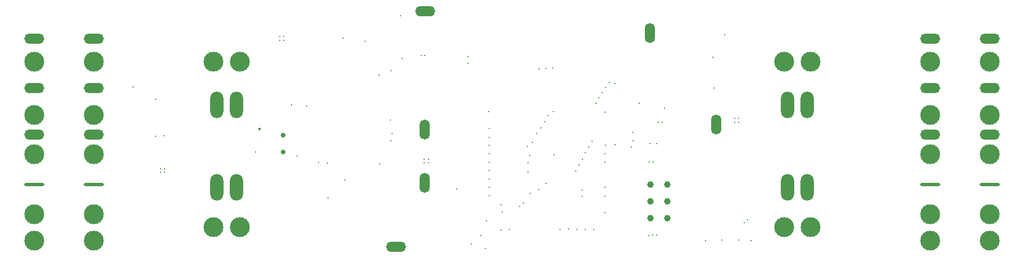
<source format=gbr>
%TF.GenerationSoftware,Altium Limited,Altium Designer,21.7.2 (23)*%
G04 Layer_Color=0*
%FSLAX25Y25*%
%MOIN*%
%TF.SameCoordinates,95A22525-32A0-4EEE-A0C0-36F8BD1EB9D1*%
%TF.FilePolarity,Positive*%
%TF.FileFunction,Plated,1,2,PTH,Drill*%
%TF.Part,Single*%
G01*
G75*
%TA.AperFunction,OtherDrill,Pad Free-75 (3769.685mil,1350.394mil)*%
%ADD108O,0.05906X0.11811*%
%TA.AperFunction,OtherDrill,Pad Free-73 (2436.024mil,1482.284mil)*%
%ADD109O,0.11811X0.05906*%
%TA.AperFunction,OtherDrill,Pad Free-72 (2265.748mil,80.709mil)*%
%ADD110O,0.11811X0.05906*%
%TA.AperFunction,OtherDrill,Pad Free-71 (2434.055mil,462.598mil)*%
%ADD111O,0.05906X0.11811*%
%TA.AperFunction,OtherDrill,Pad Free-70 (4163.386mil,807.087mil)*%
%ADD112O,0.05906X0.11811*%
%TA.AperFunction,OtherDrill,Pad Free-69 (2435.039mil,776.575mil)*%
%ADD113O,0.05906X0.11811*%
%TA.AperFunction,ComponentDrill*%
%ADD114C,0.03937*%
%ADD115C,0.02756*%
%TA.AperFunction,OtherDrill,Pad Free-68 (5787.402mil,748.032mil)*%
%ADD116O,0.11811X0.05906*%
%TA.AperFunction,OtherDrill,Pad Free-67 (5433.071mil,748.032mil)*%
%ADD117O,0.11811X0.05906*%
%TA.AperFunction,OtherDrill,Pad Free-66 (5787.402mil,1023.622mil)*%
%ADD118O,0.11811X0.05906*%
%TA.AperFunction,OtherDrill,Pad Free-65 (5433.071mil,1023.622mil)*%
%ADD119O,0.11811X0.05906*%
%TA.AperFunction,OtherDrill,Pad Free-64 (5787.402mil,1318.898mil)*%
%ADD120O,0.11811X0.05906*%
%TA.AperFunction,OtherDrill,Pad Free-63 (5433.071mil,1318.898mil)*%
%ADD121O,0.11811X0.05906*%
%TA.AperFunction,OtherDrill,Pad Free-62 (118.11mil,748.032mil)*%
%ADD122O,0.11811X0.05906*%
%TA.AperFunction,OtherDrill,Pad Free-61 (472.441mil,748.032mil)*%
%ADD123O,0.11811X0.05906*%
%TA.AperFunction,OtherDrill,Pad Free-60 (472.441mil,1023.622mil)*%
%ADD124O,0.11811X0.05906*%
%TA.AperFunction,OtherDrill,Pad Free-59 (118.11mil,1023.622mil)*%
%ADD125O,0.11811X0.05906*%
%TA.AperFunction,OtherDrill,Pad Free-57 (472.441mil,1318.898mil)*%
%ADD126O,0.11811X0.05906*%
%TA.AperFunction,OtherDrill,Pad Free-56 (5787.402mil,1181.102mil)*%
%ADD127C,0.11811*%
%TA.AperFunction,OtherDrill,Pad Free-55 (5433.071mil,1181.102mil)*%
%ADD128C,0.11811*%
%TA.AperFunction,OtherDrill,Pad Free-54 (118.11mil,1181.102mil)*%
%ADD129C,0.11811*%
%TA.AperFunction,OtherDrill,Pad Free-53 (472.441mil,1181.102mil)*%
%ADD130C,0.11811*%
%TA.AperFunction,OtherDrill,Pad Free-52 (4704.724mil,925.197mil)*%
%ADD131O,0.07874X0.15748*%
%TA.AperFunction,OtherDrill,Pad Free-51 (4586.614mil,925.197mil)*%
%ADD132O,0.07874X0.15748*%
%TA.AperFunction,OtherDrill,Pad Free-50 (1318.898mil,925.197mil)*%
%ADD133O,0.07874X0.15748*%
%TA.AperFunction,OtherDrill,Pad Free-49 (1200.787mil,925.197mil)*%
%ADD134O,0.07874X0.15748*%
%TA.AperFunction,OtherDrill,Pad Free-48 (4704.724mil,433.071mil)*%
%ADD135O,0.07874X0.15748*%
%TA.AperFunction,OtherDrill,Pad Free-47 (4586.614mil,433.071mil)*%
%ADD136O,0.07874X0.15748*%
%TA.AperFunction,OtherDrill,Pad Free-46 (1318.898mil,433.071mil)*%
%ADD137O,0.07874X0.15748*%
%TA.AperFunction,OtherDrill,Pad Free-45 (1200.787mil,433.071mil)*%
%ADD138O,0.07874X0.15748*%
%TA.AperFunction,OtherDrill,Pad Free-44 (5787.402mil,452.756mil)*%
%ADD139O,0.11811X0.01968*%
%TA.AperFunction,OtherDrill,Pad Free-43 (5433.071mil,452.756mil)*%
%ADD140O,0.11811X0.01968*%
%TA.AperFunction,OtherDrill,Pad Free-42 (118.11mil,452.756mil)*%
%ADD141O,0.11811X0.01968*%
%TA.AperFunction,OtherDrill,Pad Free-41 (472.441mil,452.756mil)*%
%ADD142O,0.11811X0.01968*%
%TA.AperFunction,OtherDrill,Pad Free-32 (118.11mil,1318.898mil)*%
%ADD143O,0.11811X0.05906*%
%TA.AperFunction,OtherDrill,Pad Free-28 (5787.402mil,866.142mil)*%
%ADD144C,0.11811*%
%TA.AperFunction,OtherDrill,Pad Free-27 (5433.071mil,866.142mil)*%
%ADD145C,0.11811*%
%TA.AperFunction,OtherDrill,Pad Free-26 (5787.402mil,629.921mil)*%
%ADD146C,0.11811*%
%TA.AperFunction,OtherDrill,Pad Free-25 (5433.071mil,629.921mil)*%
%ADD147C,0.11811*%
%TA.AperFunction,OtherDrill,Pad Free-5 (1181.102mil,196.85mil)*%
%ADD148C,0.11811*%
%TA.AperFunction,OtherDrill,Pad Free-24 (5433.071mil,275.591mil)*%
%ADD149C,0.11811*%
%TA.AperFunction,OtherDrill,Pad Free-23 (5787.402mil,275.591mil)*%
%ADD150C,0.11811*%
%TA.AperFunction,OtherDrill,Pad Free-22 (5433.071mil,118.11mil)*%
%ADD151C,0.11811*%
%TA.AperFunction,OtherDrill,Pad Free-21 (5787.402mil,118.11mil)*%
%ADD152C,0.11811*%
%TA.AperFunction,OtherDrill,Pad Free-20 (472.441mil,275.591mil)*%
%ADD153C,0.11811*%
%TA.AperFunction,OtherDrill,Pad Free-19 (118.11mil,275.591mil)*%
%ADD154C,0.11811*%
%TA.AperFunction,OtherDrill,Pad Free-18 (472.441mil,866.142mil)*%
%ADD155C,0.11811*%
%TA.AperFunction,OtherDrill,Pad Free-17 (118.11mil,866.142mil)*%
%ADD156C,0.11811*%
%TA.AperFunction,OtherDrill,Pad Free-16 (118.11mil,629.921mil)*%
%ADD157C,0.11811*%
%TA.AperFunction,OtherDrill,Pad Free-15 (472.441mil,629.921mil)*%
%ADD158C,0.11811*%
%TA.AperFunction,OtherDrill,Pad Free-14 (472.441mil,118.11mil)*%
%ADD159C,0.11811*%
%TA.AperFunction,OtherDrill,Pad Free-13 (118.11mil,118.11mil)*%
%ADD160C,0.11811*%
%TA.AperFunction,OtherDrill,Pad Free-12 (4566.929mil,196.85mil)*%
%ADD161C,0.11811*%
%TA.AperFunction,OtherDrill,Pad Free-11 (4566.929mil,1181.102mil)*%
%ADD162C,0.11811*%
%TA.AperFunction,OtherDrill,Pad Free-10 (4724.409mil,196.85mil)*%
%ADD163C,0.11811*%
%TA.AperFunction,OtherDrill,Pad Free-9 (4724.409mil,1181.102mil)*%
%ADD164C,0.11811*%
%TA.AperFunction,OtherDrill,Pad Free-8 (1338.583mil,196.85mil)*%
%ADD165C,0.11811*%
%TA.AperFunction,OtherDrill,Pad Free-7 (1338.583mil,1181.102mil)*%
%ADD166C,0.11811*%
%TA.AperFunction,OtherDrill,Pad Free-6 (1181.102mil,1181.102mil)*%
%ADD167C,0.11811*%
%TA.AperFunction,ViaDrill,NotFilled*%
%ADD168C,0.00984*%
%ADD169C,0.01181*%
%ADD170C,0.01575*%
D108*
X376969Y135039D02*
D03*
D109*
X243602Y148228D02*
D03*
D110*
X226575Y8071D02*
D03*
D111*
X243406Y46260D02*
D03*
D112*
X416339Y80709D02*
D03*
D113*
X243504Y77658D02*
D03*
D114*
X377402Y45138D02*
D03*
X387402D02*
D03*
X377402Y35138D02*
D03*
X387402D02*
D03*
X377402Y25138D02*
D03*
X387402D02*
D03*
D115*
X159449Y64567D02*
D03*
Y74410D02*
D03*
D116*
X578740Y74803D02*
D03*
D117*
X543307D02*
D03*
D118*
X578740Y102362D02*
D03*
D119*
X543307D02*
D03*
D120*
X578740Y131890D02*
D03*
D121*
X543307D02*
D03*
D122*
X11811Y74803D02*
D03*
D123*
X47244D02*
D03*
D124*
Y102362D02*
D03*
D125*
X11811D02*
D03*
D126*
X47244Y131890D02*
D03*
D127*
X578740Y118110D02*
D03*
D128*
X543307D02*
D03*
D129*
X11811D02*
D03*
D130*
X47244D02*
D03*
D131*
X470472Y92520D02*
D03*
D132*
X458661D02*
D03*
D133*
X131890D02*
D03*
D134*
X120079D02*
D03*
D135*
X470472Y43307D02*
D03*
D136*
X458661D02*
D03*
D137*
X131890D02*
D03*
D138*
X120079D02*
D03*
D139*
X578740Y45276D02*
D03*
D140*
X543307D02*
D03*
D141*
X11811D02*
D03*
D142*
X47244D02*
D03*
D143*
X11811Y131890D02*
D03*
D144*
X578740Y86614D02*
D03*
D145*
X543307D02*
D03*
D146*
X578740Y62992D02*
D03*
D147*
X543307D02*
D03*
D148*
X118110Y19685D02*
D03*
D149*
X543307Y27559D02*
D03*
D150*
X578740D02*
D03*
D151*
X543307Y11811D02*
D03*
D152*
X578740D02*
D03*
D153*
X47244Y27559D02*
D03*
D154*
X11811D02*
D03*
D155*
X47244Y86614D02*
D03*
D156*
X11811D02*
D03*
D157*
Y62992D02*
D03*
D158*
X47244D02*
D03*
D159*
Y11811D02*
D03*
D160*
X11811D02*
D03*
D161*
X456693Y19685D02*
D03*
D162*
Y118110D02*
D03*
D163*
X472441Y19685D02*
D03*
D164*
Y118110D02*
D03*
D165*
X133858Y19685D02*
D03*
D166*
Y118110D02*
D03*
D167*
X118110D02*
D03*
D168*
X185630Y57776D02*
D03*
X243504Y121949D02*
D03*
X241339D02*
D03*
X180472Y58003D02*
D03*
X243209Y57972D02*
D03*
X245768Y58071D02*
D03*
X223425Y71161D02*
D03*
X384350Y81988D02*
D03*
X382185D02*
D03*
X378937Y58465D02*
D03*
X376673D02*
D03*
X376969Y69587D02*
D03*
X381004Y69488D02*
D03*
X350590Y88189D02*
D03*
X281594Y88386D02*
D03*
X434941Y24213D02*
D03*
X433169Y22539D02*
D03*
X437008Y11811D02*
D03*
X410138Y11909D02*
D03*
X419685Y12008D02*
D03*
X429724Y12205D02*
D03*
X381102Y15059D02*
D03*
X376279Y14961D02*
D03*
X378740Y15059D02*
D03*
X159744Y130905D02*
D03*
X157480D02*
D03*
X159737Y133177D02*
D03*
X157480Y133268D02*
D03*
X89075Y52362D02*
D03*
X86910D02*
D03*
X89075Y54528D02*
D03*
X86910D02*
D03*
X305709Y62500D02*
D03*
X429921Y84547D02*
D03*
X427559D02*
D03*
X429823Y82284D02*
D03*
X427580Y82216D02*
D03*
X245768Y60138D02*
D03*
X243110D02*
D03*
X304724Y52520D02*
D03*
Y58031D02*
D03*
X83760Y73917D02*
D03*
X88878Y74016D02*
D03*
X385630Y90354D02*
D03*
X194980Y132283D02*
D03*
X421367Y134252D02*
D03*
X70472Y103257D02*
D03*
D169*
X224114Y75590D02*
D03*
X164401Y92587D02*
D03*
X167913Y62106D02*
D03*
X223228Y83563D02*
D03*
X229947Y120177D02*
D03*
X223327Y112697D02*
D03*
X415057Y102582D02*
D03*
X186024Y37205D02*
D03*
X271260Y9744D02*
D03*
X279429Y6988D02*
D03*
X276673Y14665D02*
D03*
X196260Y47933D02*
D03*
X143012Y64567D02*
D03*
X269193Y117028D02*
D03*
X356368Y105286D02*
D03*
X216732Y57579D02*
D03*
X281693Y48327D02*
D03*
X304536Y67748D02*
D03*
X281693Y53425D02*
D03*
X350689Y68405D02*
D03*
X350590Y63386D02*
D03*
X280217Y23425D02*
D03*
X288736Y18192D02*
D03*
X350590Y58425D02*
D03*
Y43425D02*
D03*
X350572Y38277D02*
D03*
X289469Y28740D02*
D03*
X216437Y110039D02*
D03*
X288779Y33268D02*
D03*
X315551Y45866D02*
D03*
X311221Y42085D02*
D03*
X336910Y41831D02*
D03*
X319585Y114439D02*
D03*
X268996Y121260D02*
D03*
X336695Y38228D02*
D03*
X315354Y114272D02*
D03*
X299705Y31988D02*
D03*
X229232Y145374D02*
D03*
X311516Y113878D02*
D03*
X173298Y91673D02*
D03*
X367126Y76083D02*
D03*
X356594Y68799D02*
D03*
X345049Y93357D02*
D03*
X370866Y93602D02*
D03*
X350787Y102657D02*
D03*
X302146Y34193D02*
D03*
X306004Y39862D02*
D03*
X307480Y70276D02*
D03*
X309842Y75590D02*
D03*
X312365Y78806D02*
D03*
X353097Y105942D02*
D03*
X348819Y99803D02*
D03*
X320079Y62894D02*
D03*
X346870Y96949D02*
D03*
X293706Y18450D02*
D03*
X323642Y18504D02*
D03*
X340846Y67520D02*
D03*
X342913Y70669D02*
D03*
X328741Y18831D02*
D03*
X338878Y64075D02*
D03*
X333642Y18504D02*
D03*
X338642D02*
D03*
X333090Y53248D02*
D03*
X335236Y56791D02*
D03*
X337028Y60039D02*
D03*
X343642Y18504D02*
D03*
X350590Y28425D02*
D03*
X281918Y73100D02*
D03*
X316929Y86102D02*
D03*
X319685Y88386D02*
D03*
X281693Y68425D02*
D03*
X281791Y63583D02*
D03*
X314764Y82579D02*
D03*
X281693Y58425D02*
D03*
Y43425D02*
D03*
Y38425D02*
D03*
X262365Y42520D02*
D03*
X208071Y130217D02*
D03*
X414492Y120845D02*
D03*
X281693Y78425D02*
D03*
X367224Y71063D02*
D03*
X366240Y67421D02*
D03*
X83661Y95866D02*
D03*
D170*
X145276Y78248D02*
D03*
%TF.MD5,c11c498bdea3dfae60bc291415ab3b39*%
M02*

</source>
